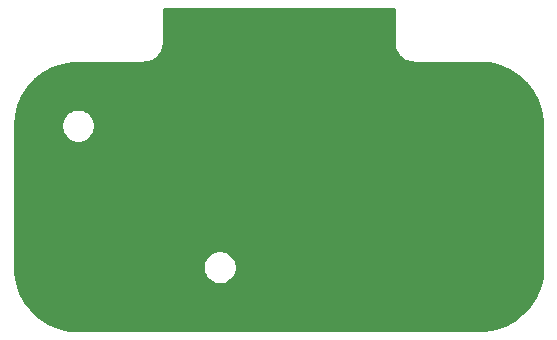
<source format=gbl>
G04 #@! TF.GenerationSoftware,KiCad,Pcbnew,(5.1.5-0-10_14)*
G04 #@! TF.CreationDate,2020-08-30T09:08:57+09:00*
G04 #@! TF.ProjectId,BreadboardController,42726561-6462-46f6-9172-64436f6e7472,2.0*
G04 #@! TF.SameCoordinates,Original*
G04 #@! TF.FileFunction,Copper,L2,Bot*
G04 #@! TF.FilePolarity,Positive*
%FSLAX46Y46*%
G04 Gerber Fmt 4.6, Leading zero omitted, Abs format (unit mm)*
G04 Created by KiCad (PCBNEW (5.1.5-0-10_14)) date 2020-08-30 09:08:57*
%MOMM*%
%LPD*%
G04 APERTURE LIST*
%ADD10C,0.609600*%
%ADD11C,0.304800*%
%ADD12C,0.254000*%
G04 APERTURE END LIST*
D10*
X129000000Y-90000000D03*
X143800000Y-90000000D03*
X151000000Y-82800000D03*
X158200000Y-90000000D03*
X151000000Y-97200000D03*
D11*
X129000000Y-90000000D02*
X143800000Y-90000000D01*
X143800000Y-90000000D02*
X151000000Y-82800000D01*
X151000000Y-82800000D02*
X158200000Y-90000000D01*
X158200000Y-90000000D02*
X151000000Y-97200000D01*
X151000000Y-97200000D02*
X143800000Y-90000000D01*
D12*
G36*
X149740001Y-77032419D02*
G01*
X149742783Y-77060664D01*
X149742740Y-77066801D01*
X149743640Y-77075972D01*
X149764041Y-77270069D01*
X149776068Y-77328658D01*
X149787277Y-77387423D01*
X149789941Y-77396245D01*
X149847653Y-77582683D01*
X149870838Y-77637838D01*
X149893242Y-77693291D01*
X149897568Y-77701427D01*
X149990393Y-77873104D01*
X150023846Y-77922699D01*
X150056600Y-77972753D01*
X150062424Y-77979894D01*
X150186828Y-78130272D01*
X150229263Y-78172411D01*
X150271126Y-78215161D01*
X150278227Y-78221034D01*
X150429469Y-78344384D01*
X150479277Y-78377477D01*
X150528651Y-78411284D01*
X150536757Y-78415667D01*
X150709080Y-78507292D01*
X150764392Y-78530090D01*
X150819366Y-78553652D01*
X150828169Y-78556377D01*
X151015006Y-78612786D01*
X151073686Y-78624405D01*
X151132196Y-78636842D01*
X151141361Y-78637805D01*
X151335594Y-78656850D01*
X151335598Y-78656850D01*
X151367581Y-78660000D01*
X156972911Y-78660000D01*
X157871797Y-78733902D01*
X158720182Y-78947001D01*
X159522371Y-79295803D01*
X160256818Y-79770938D01*
X160903798Y-80359646D01*
X161445946Y-81046125D01*
X161868692Y-81811928D01*
X162160684Y-82636491D01*
X162316116Y-83509076D01*
X162340000Y-84015547D01*
X162340001Y-95972899D01*
X162266098Y-96871802D01*
X162052999Y-97720180D01*
X161704197Y-98522371D01*
X161229062Y-99256818D01*
X160640354Y-99903799D01*
X159953875Y-100445946D01*
X159188076Y-100868691D01*
X158363514Y-101160683D01*
X157490925Y-101316116D01*
X156984453Y-101340000D01*
X123027089Y-101340000D01*
X122128198Y-101266098D01*
X121279820Y-101052999D01*
X120477629Y-100704197D01*
X119743182Y-100229062D01*
X119096201Y-99640354D01*
X118554054Y-98953875D01*
X118131309Y-98188076D01*
X117839317Y-97363514D01*
X117683884Y-96490925D01*
X117660000Y-95984453D01*
X117660000Y-95858665D01*
X133565000Y-95858665D01*
X133565000Y-96141335D01*
X133620147Y-96418574D01*
X133728320Y-96679727D01*
X133885363Y-96914759D01*
X134085241Y-97114637D01*
X134320273Y-97271680D01*
X134581426Y-97379853D01*
X134858665Y-97435000D01*
X135141335Y-97435000D01*
X135418574Y-97379853D01*
X135679727Y-97271680D01*
X135914759Y-97114637D01*
X136114637Y-96914759D01*
X136271680Y-96679727D01*
X136379853Y-96418574D01*
X136435000Y-96141335D01*
X136435000Y-95858665D01*
X136379853Y-95581426D01*
X136271680Y-95320273D01*
X136114637Y-95085241D01*
X135914759Y-94885363D01*
X135679727Y-94728320D01*
X135418574Y-94620147D01*
X135141335Y-94565000D01*
X134858665Y-94565000D01*
X134581426Y-94620147D01*
X134320273Y-94728320D01*
X134085241Y-94885363D01*
X133885363Y-95085241D01*
X133728320Y-95320273D01*
X133620147Y-95581426D01*
X133565000Y-95858665D01*
X117660000Y-95858665D01*
X117660000Y-84027089D01*
X117673846Y-83858665D01*
X121565000Y-83858665D01*
X121565000Y-84141335D01*
X121620147Y-84418574D01*
X121728320Y-84679727D01*
X121885363Y-84914759D01*
X122085241Y-85114637D01*
X122320273Y-85271680D01*
X122581426Y-85379853D01*
X122858665Y-85435000D01*
X123141335Y-85435000D01*
X123418574Y-85379853D01*
X123679727Y-85271680D01*
X123914759Y-85114637D01*
X124114637Y-84914759D01*
X124271680Y-84679727D01*
X124379853Y-84418574D01*
X124435000Y-84141335D01*
X124435000Y-83858665D01*
X124379853Y-83581426D01*
X124271680Y-83320273D01*
X124114637Y-83085241D01*
X123914759Y-82885363D01*
X123679727Y-82728320D01*
X123418574Y-82620147D01*
X123141335Y-82565000D01*
X122858665Y-82565000D01*
X122581426Y-82620147D01*
X122320273Y-82728320D01*
X122085241Y-82885363D01*
X121885363Y-83085241D01*
X121728320Y-83320273D01*
X121620147Y-83581426D01*
X121565000Y-83858665D01*
X117673846Y-83858665D01*
X117733902Y-83128203D01*
X117947001Y-82279818D01*
X118295803Y-81477629D01*
X118770938Y-80743182D01*
X119359646Y-80096202D01*
X120046125Y-79554054D01*
X120811928Y-79131308D01*
X121636491Y-78839316D01*
X122509076Y-78683884D01*
X123015547Y-78660000D01*
X128632419Y-78660000D01*
X128660674Y-78657217D01*
X128666801Y-78657260D01*
X128675972Y-78656360D01*
X128870069Y-78635959D01*
X128928658Y-78623932D01*
X128987423Y-78612723D01*
X128996245Y-78610059D01*
X129182683Y-78552347D01*
X129237838Y-78529162D01*
X129293291Y-78506758D01*
X129301427Y-78502432D01*
X129473104Y-78409607D01*
X129522699Y-78376154D01*
X129572753Y-78343400D01*
X129579894Y-78337576D01*
X129730272Y-78213172D01*
X129772411Y-78170737D01*
X129815161Y-78128874D01*
X129821034Y-78121773D01*
X129944384Y-77970531D01*
X129977477Y-77920723D01*
X130011284Y-77871349D01*
X130015667Y-77863243D01*
X130107292Y-77690920D01*
X130130090Y-77635608D01*
X130153652Y-77580634D01*
X130156377Y-77571831D01*
X130212786Y-77384994D01*
X130224405Y-77326314D01*
X130236842Y-77267804D01*
X130237805Y-77258639D01*
X130256850Y-77064406D01*
X130256850Y-77064402D01*
X130260000Y-77032419D01*
X130260000Y-74160000D01*
X149740000Y-74160000D01*
X149740001Y-77032419D01*
G37*
X149740001Y-77032419D02*
X149742783Y-77060664D01*
X149742740Y-77066801D01*
X149743640Y-77075972D01*
X149764041Y-77270069D01*
X149776068Y-77328658D01*
X149787277Y-77387423D01*
X149789941Y-77396245D01*
X149847653Y-77582683D01*
X149870838Y-77637838D01*
X149893242Y-77693291D01*
X149897568Y-77701427D01*
X149990393Y-77873104D01*
X150023846Y-77922699D01*
X150056600Y-77972753D01*
X150062424Y-77979894D01*
X150186828Y-78130272D01*
X150229263Y-78172411D01*
X150271126Y-78215161D01*
X150278227Y-78221034D01*
X150429469Y-78344384D01*
X150479277Y-78377477D01*
X150528651Y-78411284D01*
X150536757Y-78415667D01*
X150709080Y-78507292D01*
X150764392Y-78530090D01*
X150819366Y-78553652D01*
X150828169Y-78556377D01*
X151015006Y-78612786D01*
X151073686Y-78624405D01*
X151132196Y-78636842D01*
X151141361Y-78637805D01*
X151335594Y-78656850D01*
X151335598Y-78656850D01*
X151367581Y-78660000D01*
X156972911Y-78660000D01*
X157871797Y-78733902D01*
X158720182Y-78947001D01*
X159522371Y-79295803D01*
X160256818Y-79770938D01*
X160903798Y-80359646D01*
X161445946Y-81046125D01*
X161868692Y-81811928D01*
X162160684Y-82636491D01*
X162316116Y-83509076D01*
X162340000Y-84015547D01*
X162340001Y-95972899D01*
X162266098Y-96871802D01*
X162052999Y-97720180D01*
X161704197Y-98522371D01*
X161229062Y-99256818D01*
X160640354Y-99903799D01*
X159953875Y-100445946D01*
X159188076Y-100868691D01*
X158363514Y-101160683D01*
X157490925Y-101316116D01*
X156984453Y-101340000D01*
X123027089Y-101340000D01*
X122128198Y-101266098D01*
X121279820Y-101052999D01*
X120477629Y-100704197D01*
X119743182Y-100229062D01*
X119096201Y-99640354D01*
X118554054Y-98953875D01*
X118131309Y-98188076D01*
X117839317Y-97363514D01*
X117683884Y-96490925D01*
X117660000Y-95984453D01*
X117660000Y-95858665D01*
X133565000Y-95858665D01*
X133565000Y-96141335D01*
X133620147Y-96418574D01*
X133728320Y-96679727D01*
X133885363Y-96914759D01*
X134085241Y-97114637D01*
X134320273Y-97271680D01*
X134581426Y-97379853D01*
X134858665Y-97435000D01*
X135141335Y-97435000D01*
X135418574Y-97379853D01*
X135679727Y-97271680D01*
X135914759Y-97114637D01*
X136114637Y-96914759D01*
X136271680Y-96679727D01*
X136379853Y-96418574D01*
X136435000Y-96141335D01*
X136435000Y-95858665D01*
X136379853Y-95581426D01*
X136271680Y-95320273D01*
X136114637Y-95085241D01*
X135914759Y-94885363D01*
X135679727Y-94728320D01*
X135418574Y-94620147D01*
X135141335Y-94565000D01*
X134858665Y-94565000D01*
X134581426Y-94620147D01*
X134320273Y-94728320D01*
X134085241Y-94885363D01*
X133885363Y-95085241D01*
X133728320Y-95320273D01*
X133620147Y-95581426D01*
X133565000Y-95858665D01*
X117660000Y-95858665D01*
X117660000Y-84027089D01*
X117673846Y-83858665D01*
X121565000Y-83858665D01*
X121565000Y-84141335D01*
X121620147Y-84418574D01*
X121728320Y-84679727D01*
X121885363Y-84914759D01*
X122085241Y-85114637D01*
X122320273Y-85271680D01*
X122581426Y-85379853D01*
X122858665Y-85435000D01*
X123141335Y-85435000D01*
X123418574Y-85379853D01*
X123679727Y-85271680D01*
X123914759Y-85114637D01*
X124114637Y-84914759D01*
X124271680Y-84679727D01*
X124379853Y-84418574D01*
X124435000Y-84141335D01*
X124435000Y-83858665D01*
X124379853Y-83581426D01*
X124271680Y-83320273D01*
X124114637Y-83085241D01*
X123914759Y-82885363D01*
X123679727Y-82728320D01*
X123418574Y-82620147D01*
X123141335Y-82565000D01*
X122858665Y-82565000D01*
X122581426Y-82620147D01*
X122320273Y-82728320D01*
X122085241Y-82885363D01*
X121885363Y-83085241D01*
X121728320Y-83320273D01*
X121620147Y-83581426D01*
X121565000Y-83858665D01*
X117673846Y-83858665D01*
X117733902Y-83128203D01*
X117947001Y-82279818D01*
X118295803Y-81477629D01*
X118770938Y-80743182D01*
X119359646Y-80096202D01*
X120046125Y-79554054D01*
X120811928Y-79131308D01*
X121636491Y-78839316D01*
X122509076Y-78683884D01*
X123015547Y-78660000D01*
X128632419Y-78660000D01*
X128660674Y-78657217D01*
X128666801Y-78657260D01*
X128675972Y-78656360D01*
X128870069Y-78635959D01*
X128928658Y-78623932D01*
X128987423Y-78612723D01*
X128996245Y-78610059D01*
X129182683Y-78552347D01*
X129237838Y-78529162D01*
X129293291Y-78506758D01*
X129301427Y-78502432D01*
X129473104Y-78409607D01*
X129522699Y-78376154D01*
X129572753Y-78343400D01*
X129579894Y-78337576D01*
X129730272Y-78213172D01*
X129772411Y-78170737D01*
X129815161Y-78128874D01*
X129821034Y-78121773D01*
X129944384Y-77970531D01*
X129977477Y-77920723D01*
X130011284Y-77871349D01*
X130015667Y-77863243D01*
X130107292Y-77690920D01*
X130130090Y-77635608D01*
X130153652Y-77580634D01*
X130156377Y-77571831D01*
X130212786Y-77384994D01*
X130224405Y-77326314D01*
X130236842Y-77267804D01*
X130237805Y-77258639D01*
X130256850Y-77064406D01*
X130256850Y-77064402D01*
X130260000Y-77032419D01*
X130260000Y-74160000D01*
X149740000Y-74160000D01*
X149740001Y-77032419D01*
M02*

</source>
